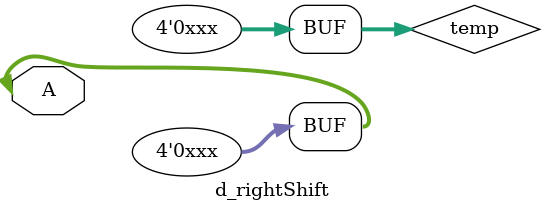
<source format=v>
`timescale 1ns / 1ps

module d_rightShift(input [3:0] A);
reg [3:0] temp;
always @(*)
begin
   temp=temp>>1; 
end
assign A=temp;

endmodule
</source>
